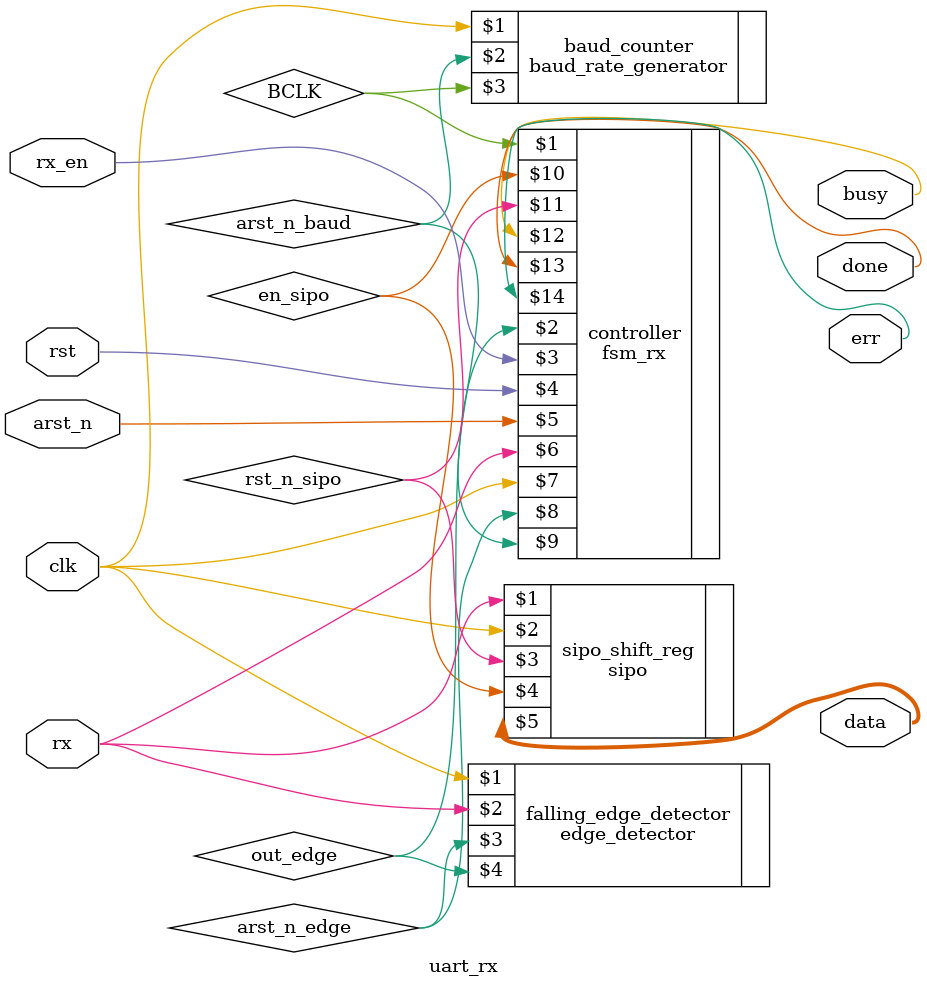
<source format=v>
module uart_rx
#(parameter UART_INPUT_CLK = 100_000_000 , baud_rate = 9600)
(
    input rx_en , // Enabling The Rx interface to receive data
    input clk , // Clock Signal
    input rst , // Synchronous Active High signal
    input arst_n , // Asynchronous Active Low Signal
    input rx , // Receiving Input 
    output busy , // Busy flag indicating that the module is receiving data now
    output done , // Done flag indicating that the module is completely received data
    output err , // Error Flag indicating that the stop bit is not received properly 
    output [7:0]data // Received Data
);

//Internal Signals 
wire arst_n_baud , BCLK ; // internal signals for edge detector interface
wire out_edge , arst_n_edge ; // internal signals for Baud Generator interface
wire en_sipo , rst_n_sipo ;// internal signals for SIPO(serial-in parallel-out) interface

//FSM Controller
fsm_rx controller(BCLK , out_edge , rx_en ,rst ,arst_n ,rx ,clk ,
    arst_n_edge ,arst_n_baud , en_sipo ,rst_n_sipo ,busy ,
    done ,err
);

//Falling Edge Detector
edge_detector falling_edge_detector(clk , rx , arst_n_edge ,out_edge) ;

//Baud Rate Generator 
baud_rate_generator #(.UART_INPUT_CLK(UART_INPUT_CLK), .baud_rate(baud_rate))
    baud_counter(clk , arst_n_baud , BCLK); // CLK = 100MHZ , Rate = 9600 

//SIPO Shift Register
sipo sipo_shift_reg(rx ,clk , rst_n_sipo , en_sipo  ,data);


endmodule
</source>
